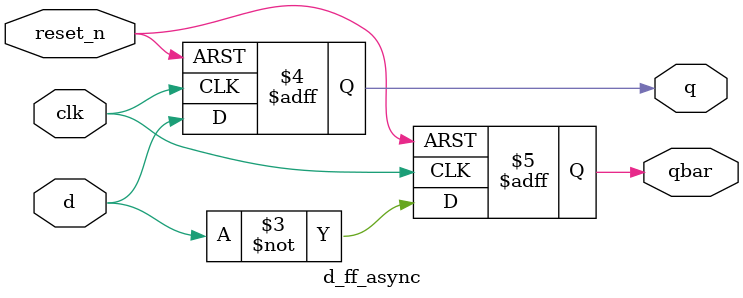
<source format=v>
module d_ff_async(
			input clk,
			input reset_n,
			input d,

			output reg q,
			output reg qbar
						);

// Asynchronous Reset
always @(posedge clk or posedge reset_n)
	begin

	if(reset_n)
	begin
		q	=	1'b0;
		qbar	=	~q;
	end

	else
	begin
		q	=	d;
		qbar	=	~q;
	end

	end
					
endmodule

</source>
